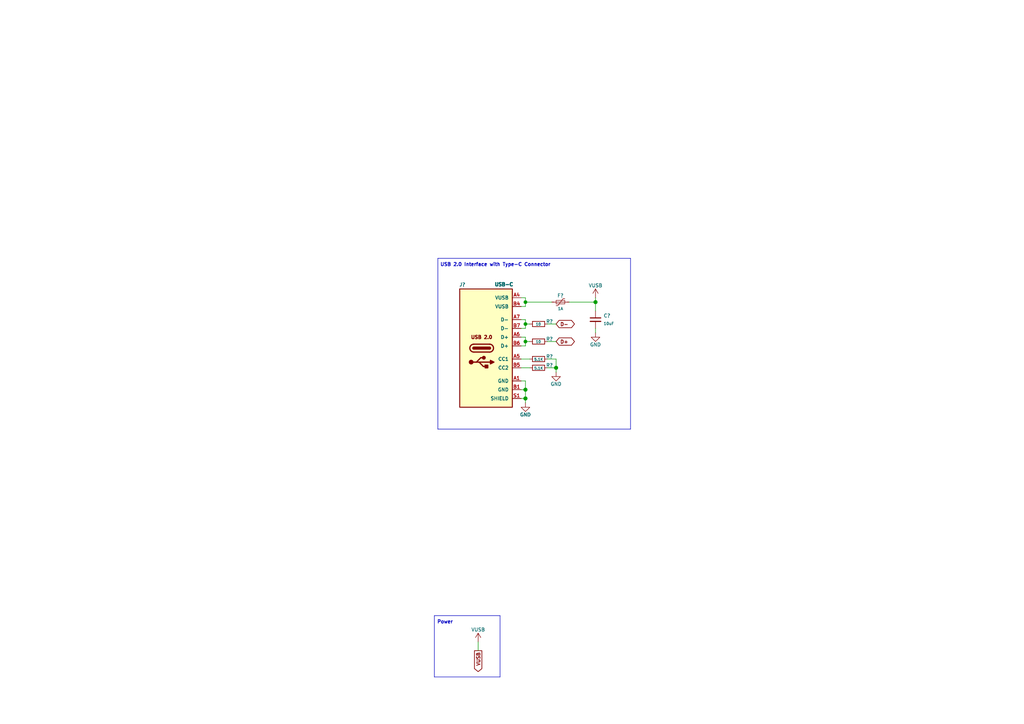
<source format=kicad_sch>
(kicad_sch (version 20201015) (generator eeschema)
  (paper "A4")
  (title_block (title "USB 2.0 Type-C Interface") (date "2020-10-20") (rev "1") (company "Drawn by: Hojadurdy Durdygylyjov") (comment 1 "USB 2.0 Interface with Type-C Connector") (comment 2 "CC Attribution-ShareAlike 4.0 International"))
  (lib_symbols
    (symbol "Device:C_Small" (pin_numbers hide) (pin_names (offset 0.254) hide)
      (property "Reference" "C" (at 0.254 1.778 0))
      (property "Value" "C_Small" (at 0.254 -2.032 0))
      (symbol "C_Small_0_1"
        (polyline (pts (xy -1.524 -0.508) (xy 1.524 -0.508)) (stroke (width 0.3302)))
        (polyline (pts (xy -1.524 0.508) (xy 1.524 0.508)) (stroke (width 0.3048)))
      )
      (symbol "C_Small_1_1"
        (pin passive line (at 0 2.54 270) (length 2.032) (name "~") (number "1"))
        (pin passive line (at 0 -2.54 90) (length 2.032) (name "~") (number "2"))
      )
    )
    (symbol "Device:R_Small" (pin_numbers hide) (pin_names (offset 0.254) hide)
      (property "Reference" "R" (at 0.762 0.508 0))
      (property "Value" "R_Small" (at 0.762 -1.016 0))
      (symbol "R_Small_0_1"
        (rectangle (start -0.762 1.778) (end 0.762 -1.778) (stroke (width 0.2032)))
      )
      (symbol "R_Small_1_1"
        (pin passive line (at 0 2.54 270) (length 0.762) (name "~") (number "1"))
        (pin passive line (at 0 -2.54 90) (length 0.762) (name "~") (number "2"))
      )
    )
    (symbol "HD_LibDB:USB-C" (pin_names (offset 1.016))
      (property "Reference" "J" (at -7.62 17.78 0))
      (property "Value" "USB-C" (at 7.62 17.78 0))
      (symbol "USB-C_0_0"
        (text "USB 2.0" (at -1.27 2.54 0) (effects (font (size 0.9906 0.9906) (thickness 20147.6968) bold)))
      )
      (symbol "USB-C_0_1"
        (arc (start -3.556 -0.254) (end -3.556 -1.016) (radius (at -3.556 -0.635) (length 0.381) (angles 90.1 -90.1)) (fill (type outline)))
        (arc (start -3.556 0.508) (end -3.556 -1.778) (radius (at -3.556 -0.635) (length 1.143) (angles 90.1 -90.1)) (stroke (width 0.3556)))
        (arc (start 1.016 -1.016) (end 1.016 -0.254) (radius (at 1.016 -0.635) (length 0.381) (angles -89.9 89.9)) (fill (type outline)))
        (arc (start 1.016 -1.778) (end 1.016 0.508) (radius (at 1.016 -0.635) (length 1.143) (angles -89.9 89.9)) (stroke (width 0.3556)))
        (circle (center -4.318 -4.699) (radius 0.508) (stroke (width 0.3556)) (fill (type outline)))
        (circle (center -0.635 -3.429) (radius 0.381) (stroke (width 0.3556)) (fill (type outline)))
        (rectangle (start 0.508 -5.588) (end -0.254 -6.35) (stroke (width 0.3556)) (fill (type outline)))
        (rectangle (start 1.016 -0.254) (end -3.556 -1.016) (fill (type outline)))
        (rectangle (start -7.62 16.51) (end 7.62 -17.78) (stroke (width 0.3)) (fill (type background)))
        (polyline (pts (xy -4.318 -4.699) (xy 1.27 -4.699)) (stroke (width 0.3556)))
        (polyline (pts (xy -3.556 0.508) (xy 1.016 0.508)) (stroke (width 0.3556)))
        (polyline (pts (xy -2.794 -4.699) (xy -1.524 -3.429)) (stroke (width 0.3556)))
        (polyline (pts (xy -1.524 -3.429) (xy -0.762 -3.429)) (stroke (width 0.3556)))
        (polyline (pts (xy -0.762 -5.969) (xy -2.032 -4.699)) (stroke (width 0.3556)))
        (polyline (pts (xy -0.762 -5.969) (xy 0 -5.969)) (stroke (width 0.3556)))
        (polyline (pts (xy 1.016 -1.778) (xy -3.556 -1.778)) (stroke (width 0.3556)))
        (polyline (pts (xy 1.27 -4.699) (xy 1.27 -5.207) (xy 2.286 -4.699) (xy 1.27 -4.191) (xy 1.27 -4.699)) (stroke (width 0.3556)) (fill (type outline)))
      )
      (symbol "USB-C_1_1"
        (pin power_in line (at 10.16 -10.16 180) (length 2.54) (name "GND") (number "A1"))
        (pin power_in line (at 10.16 13.97 180) (length 2.54) (name "VUSB") (number "A4"))
        (pin bidirectional line (at 10.16 -3.81 180) (length 2.54) (name "CC1") (number "A5"))
        (pin bidirectional line (at 10.16 2.54 180) (length 2.54) (name "D+") (number "A6"))
        (pin bidirectional line (at 10.16 7.62 180) (length 2.54) (name "D-") (number "A7"))
        (pin unconnected line (at -2.54 -20.32 90) (length 2.54) hide (name "SBU1") (number "A8"))
        (pin power_in line (at 10.16 -12.7 180) (length 2.54) (name "GND") (number "B1"))
        (pin power_in line (at 10.16 11.43 180) (length 2.54) (name "VUSB") (number "B4"))
        (pin bidirectional line (at 10.16 -6.35 180) (length 2.54) (name "CC2") (number "B5"))
        (pin bidirectional line (at 10.16 0 180) (length 2.54) (name "D+") (number "B6"))
        (pin bidirectional line (at 10.16 5.08 180) (length 2.54) (name "D-") (number "B7"))
        (pin unconnected line (at -5.08 -20.32 90) (length 2.54) hide (name "SBU2") (number "B8"))
        (pin passive line (at 10.16 -15.24 180) (length 2.54) (name "SHIELD") (number "S1"))
      )
    )
    (symbol "HD_LibSym:Polyfuse_Small" (pin_numbers hide) (pin_names (offset 0))
      (property "Reference" "F" (at -1.905 0 90))
      (property "Value" "Polyfuse_Small" (at 1.905 0 90))
      (symbol "Polyfuse_Small_0_1"
        (rectangle (start -0.508 1.27) (end 0.508 -1.27) (stroke (width 0.15)))
        (polyline (pts (xy 0 2.54) (xy 0 -2.54)))
        (polyline (pts (xy -1.016 1.27) (xy -1.016 0.762) (xy 1.016 -0.762) (xy 1.016 -1.27)))
      )
      (symbol "Polyfuse_Small_1_1"
        (pin passive line (at 0 2.54 270) (length 0.635) (name "~") (number "1"))
        (pin passive line (at 0 -2.54 90) (length 0.635) (name "~") (number "2"))
      )
    )
    (symbol "HD_LibSym:VUSB" (power) (pin_names (offset 0))
      (property "Value" "VUSB" (at 0 3.81 0))
      (symbol "VUSB_0_1"
        (polyline (pts (xy -0.762 1.27) (xy 0 2.54)))
        (polyline (pts (xy 0 0) (xy 0 2.54)))
        (polyline (pts (xy 0 2.54) (xy 0.762 1.27)))
      )
      (symbol "VUSB_1_1"
        (pin power_in line (at 0 0 90) (length 0) hide (name "VUSB") (number "1"))
      )
    )
    (symbol "HD_LibSym:VUSB_1" (power) (pin_names (offset 0))
      (property "Value" "VUSB" (at 0 3.81 0))
      (symbol "VUSB_1_0_1"
        (polyline (pts (xy -0.762 1.27) (xy 0 2.54)))
        (polyline (pts (xy 0 0) (xy 0 2.54)))
        (polyline (pts (xy 0 2.54) (xy 0.762 1.27)))
      )
      (symbol "VUSB_1_1_1"
        (pin power_in line (at 0 0 90) (length 0) hide (name "VUSB") (number "1"))
      )
    )
    (symbol "power:GND" (power) (pin_names (offset 0))
      (property "Value" "GND" (at 0 -3.81 0))
      (symbol "GND_0_1"
        (polyline (pts (xy 0 0) (xy 0 -1.27) (xy 1.27 -1.27) (xy 0 -2.54) (xy -1.27 -1.27) (xy 0 -1.27)))
      )
      (symbol "GND_1_1"
        (pin power_in line (at 0 0 270) (length 0) hide (name "GND") (number "1"))
      )
    )
  )
  (junction (at 152.4 87.63) (diameter 0.9144))
  (junction (at 152.4 93.98) (diameter 0.9144))
  (junction (at 152.4 99.06) (diameter 0.9144))
  (junction (at 152.4 113.03) (diameter 1.016))
  (junction (at 152.4 115.57) (diameter 1.016))
  (junction (at 161.29 106.68) (diameter 1.016))
  (junction (at 172.72 87.63) (diameter 1.016))
  (wire (pts (xy 138.684 186.182) (xy 138.684 188.722)))
  (wire (pts (xy 151.13 86.36) (xy 152.4 86.36)))
  (wire (pts (xy 151.13 95.25) (xy 152.4 95.25)))
  (wire (pts (xy 151.13 97.79) (xy 152.4 97.79)))
  (wire (pts (xy 151.13 100.33) (xy 152.4 100.33)))
  (wire (pts (xy 151.13 104.14) (xy 153.67 104.14)))
  (wire (pts (xy 151.13 106.68) (xy 153.67 106.68)))
  (wire (pts (xy 151.13 110.49) (xy 152.4 110.49)))
  (wire (pts (xy 151.13 113.03) (xy 152.4 113.03)))
  (wire (pts (xy 151.13 115.57) (xy 152.4 115.57)))
  (wire (pts (xy 152.4 86.36) (xy 152.4 87.63)))
  (wire (pts (xy 152.4 87.63) (xy 152.4 88.9)))
  (wire (pts (xy 152.4 87.63) (xy 160.02 87.63)))
  (wire (pts (xy 152.4 88.9) (xy 151.13 88.9)))
  (wire (pts (xy 152.4 92.71) (xy 151.13 92.71)))
  (wire (pts (xy 152.4 92.71) (xy 152.4 93.98)))
  (wire (pts (xy 152.4 93.98) (xy 152.4 95.25)))
  (wire (pts (xy 152.4 93.98) (xy 153.67 93.98)))
  (wire (pts (xy 152.4 97.79) (xy 152.4 99.06)))
  (wire (pts (xy 152.4 99.06) (xy 152.4 100.33)))
  (wire (pts (xy 152.4 99.06) (xy 153.67 99.06)))
  (wire (pts (xy 152.4 110.49) (xy 152.4 113.03)))
  (wire (pts (xy 152.4 113.03) (xy 152.4 115.57)))
  (wire (pts (xy 152.4 115.57) (xy 152.4 116.84)))
  (wire (pts (xy 158.75 93.98) (xy 161.29 93.98)))
  (wire (pts (xy 158.75 99.06) (xy 161.29 99.06)))
  (wire (pts (xy 158.75 104.14) (xy 161.29 104.14)))
  (wire (pts (xy 158.75 106.68) (xy 161.29 106.68)))
  (wire (pts (xy 161.29 104.14) (xy 161.29 106.68)))
  (wire (pts (xy 161.29 106.68) (xy 161.29 107.95)))
  (wire (pts (xy 165.1 87.63) (xy 172.72 87.63)))
  (wire (pts (xy 172.72 86.36) (xy 172.72 87.63)))
  (wire (pts (xy 172.72 87.63) (xy 172.72 90.17)))
  (wire (pts (xy 172.72 95.25) (xy 172.72 96.52)))
  (polyline (pts (xy 125.984 178.562) (xy 125.984 196.342)) (stroke (width 0.152) (type solid)))
  (polyline (pts (xy 125.984 196.342) (xy 145.034 196.342)) (stroke (width 0.152) (type solid)))
  (polyline (pts (xy 127 74.93) (xy 127 124.46)) (stroke (width 0) (type solid)))
  (polyline (pts (xy 127 74.93) (xy 182.88 74.93)) (stroke (width 0) (type solid)))
  (polyline (pts (xy 127 124.46) (xy 182.88 124.46)) (stroke (width 0) (type solid)))
  (polyline (pts (xy 145.034 178.562) (xy 125.984 178.562)) (stroke (width 0.152) (type solid)))
  (polyline (pts (xy 145.034 178.562) (xy 145.034 196.342)) (stroke (width 0.152) (type solid)))
  (polyline (pts (xy 182.88 74.93) (xy 182.88 124.46)) (stroke (width 0) (type solid)))
  (text "Power" (at 126.746 181.102 0) (effects (font (size 1 1) (thickness 0.2) bold) (justify left bottom)))
  (text "USB 2.0 Interface with Type-C Connector" (at 127.635 77.47 0) (effects (font (size 1 1) (thickness 0.2) bold) (justify left bottom)))
  (global_label "VUSB" (shape output) (at 138.684 188.722 270) (property "Intersheet References" "${INTERSHEET_REFS}" (effects hide)) (effects (font (size 1 1) (thickness 0.2) bold)))
  (global_label "D-" (shape bidirectional) (at 161.29 93.98 0) (property "Intersheet References" "${INTERSHEET_REFS}" (effects hide)) (effects (font (size 1 1) (thickness 0.2) bold)))
  (global_label "D+" (shape bidirectional) (at 161.29 99.06 0) (property "Intersheet References" "${INTERSHEET_REFS}" (effects hide)) (effects (font (size 1 1) (thickness 0.2) bold)))
  (symbol (lib_id "HD_LibSym:VUSB") (at 138.684 186.182 0) (unit 1)
    (property "Reference" "#PWR?" (effects hide))
    (property "Value" "VUSB" (at 138.684 182.626 0) (effects (font (size 1 1))))
  )
  (symbol (lib_name "HD_LibSym:VUSB_1") (lib_id "HD_LibSym:VUSB") (at 172.72 86.36 0) (unit 1)
    (property "Reference" "#PWR?" (effects hide))
    (property "Value" "VUSB" (at 172.72 82.804 0) (effects (font (size 1 1))))
  )
  (symbol (lib_id "power:GND") (at 152.4 116.84 0) (unit 1)
    (property "Reference" "#PWR?" (effects hide))
    (property "Value" "GND" (at 152.387 120.275 0) (effects (font (size 1 1))))
  )
  (symbol (lib_id "power:GND") (at 161.29 107.95 0) (unit 1)
    (property "Reference" "#PWR?" (effects hide))
    (property "Value" "GND" (at 161.277 111.385 0) (effects (font (size 1 1))))
  )
  (symbol (lib_id "power:GND") (at 172.72 96.52 0) (unit 1)
    (property "Reference" "#PWR?" (effects hide))
    (property "Value" "GND" (at 172.707 99.955 0) (effects (font (size 1 1))))
  )
  (symbol (lib_id "Device:R_Small") (at 156.21 93.98 90) (unit 1)
    (property "Reference" "R?" (at 160.395 93.243 90) (effects (font (size 1 1)) (justify left)))
    (property "Value" "10" (at 156.927 94.0302 90) (effects (font (size 0.75 0.75)) (justify left)))
    (property "Footprint" "Resistor_SMD:R_0201_0603Metric" (effects hide))
    (property "Tolerance" "1%" (effects hide))
  )
  (symbol (lib_id "Device:R_Small") (at 156.21 99.06 90) (unit 1)
    (property "Reference" "R?" (at 160.395 98.323 90) (effects (font (size 1 1)) (justify left)))
    (property "Value" "10" (at 156.927 99.1102 90) (effects (font (size 0.75 0.75)) (justify left)))
    (property "Footprint" "Resistor_SMD:R_0201_0603Metric" (effects hide))
    (property "Tolerance" "1%" (effects hide))
  )
  (symbol (lib_id "Device:R_Small") (at 156.21 104.14 90) (unit 1)
    (property "Reference" "R?" (at 160.395 103.403 90) (effects (font (size 1 1)) (justify left)))
    (property "Value" "5.1K" (at 157.562 104.2412 90) (effects (font (size 0.75 0.75)) (justify left)))
    (property "Footprint" "Resistor_SMD:R_0402_1005Metric" (effects hide))
    (property "Tolerance" "1%" (effects hide))
  )
  (symbol (lib_id "Device:R_Small") (at 156.21 106.68 90) (unit 1)
    (property "Reference" "R?" (at 160.395 105.943 90) (effects (font (size 1 1)) (justify left)))
    (property "Value" "5.1K" (at 157.562 106.7812 90) (effects (font (size 0.75 0.75)) (justify left)))
    (property "Footprint" "Resistor_SMD:R_0402_1005Metric" (effects hide))
    (property "Tolerance" "1%" (effects hide))
  )
  (symbol (lib_id "HD_LibSym:Polyfuse_Small") (at 162.56 87.63 90) (unit 1)
    (property "Reference" "F?" (at 162.56 85.725 90) (effects (font (size 1 1))))
    (property "Value" "1A" (at 162.56 89.535 90) (effects (font (size 0.8 0.8))))
    (property "Footprint" "Fuse:Fuse_0603_1608Metric" (effects hide))
  )
  (symbol (lib_id "Device:C_Small") (at 172.72 92.71 0) (unit 1)
    (property "Reference" "C?" (at 175.044 91.561 0) (effects (font (size 1 1)) (justify left)))
    (property "Value" "10uF" (at 175.044 93.859 0) (effects (font (size 0.8 0.8)) (justify left)))
    (property "Footprint" "Capacitor_SMD:C_0805_2012Metric" (effects hide))
    (property "Voltage" "16V" (effects hide))
  )
  (symbol (lib_id "HD_LibDB:USB-C") (at 140.97 100.33 0) (unit 1)
    (property "Reference" "J?" (at 134.1 82.548 0) (effects (font (size 1 1))))
    (property "Value" "USB-C" (at 146.166 82.491 0) (effects (font (size 1 1) (thickness 20785.0344))))
    (property "Footprint" "HD_ModDB:USB2.0_Type-C_Connector" (effects hide))
    (property "Datasheet" "https://www.usb.org/sites/default/files/documents/usb_type-c.zip" (effects hide))
  )
)
</source>
